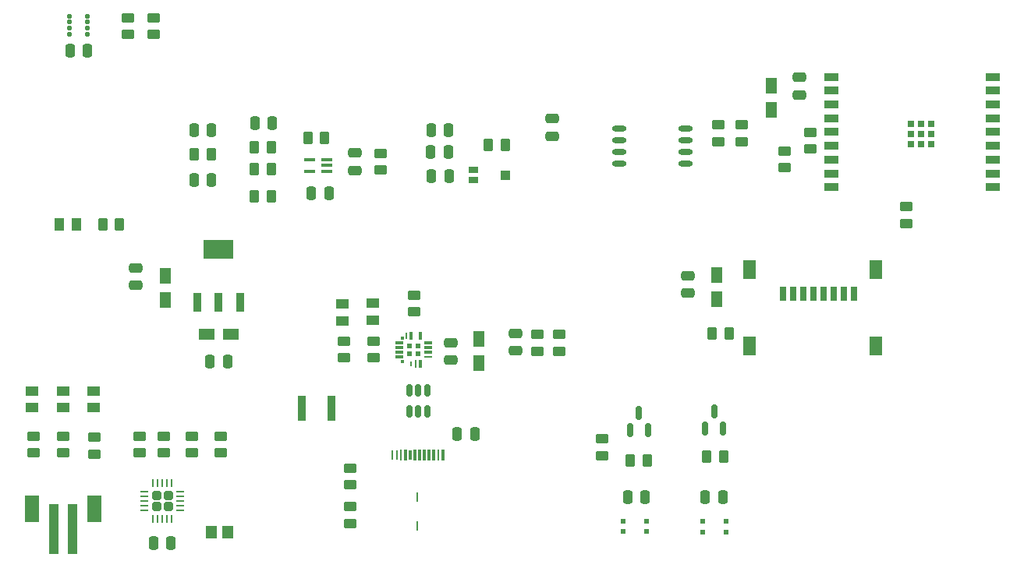
<source format=gtp>
%TF.GenerationSoftware,KiCad,Pcbnew,9.0.2*%
%TF.CreationDate,2025-07-21T02:07:20+05:30*%
%TF.ProjectId,2,322e6b69-6361-4645-9f70-636258585858,rev?*%
%TF.SameCoordinates,Original*%
%TF.FileFunction,Paste,Top*%
%TF.FilePolarity,Positive*%
%FSLAX46Y46*%
G04 Gerber Fmt 4.6, Leading zero omitted, Abs format (unit mm)*
G04 Created by KiCad (PCBNEW 9.0.2) date 2025-07-21 02:07:20*
%MOMM*%
%LPD*%
G01*
G04 APERTURE LIST*
G04 Aperture macros list*
%AMRoundRect*
0 Rectangle with rounded corners*
0 $1 Rounding radius*
0 $2 $3 $4 $5 $6 $7 $8 $9 X,Y pos of 4 corners*
0 Add a 4 corners polygon primitive as box body*
4,1,4,$2,$3,$4,$5,$6,$7,$8,$9,$2,$3,0*
0 Add four circle primitives for the rounded corners*
1,1,$1+$1,$2,$3*
1,1,$1+$1,$4,$5*
1,1,$1+$1,$6,$7*
1,1,$1+$1,$8,$9*
0 Add four rect primitives between the rounded corners*
20,1,$1+$1,$2,$3,$4,$5,0*
20,1,$1+$1,$4,$5,$6,$7,0*
20,1,$1+$1,$6,$7,$8,$9,0*
20,1,$1+$1,$8,$9,$2,$3,0*%
G04 Aperture macros list end*
%ADD10R,1.000000X5.500000*%
%ADD11R,1.600000X3.000000*%
%ADD12R,0.200000X1.000000*%
%ADD13R,0.200000X1.200000*%
%ADD14R,0.300000X1.200000*%
%ADD15R,0.300000X1.000000*%
%ADD16RoundRect,0.150000X-0.150000X0.512500X-0.150000X-0.512500X0.150000X-0.512500X0.150000X0.512500X0*%
%ADD17R,0.900000X0.300000*%
%ADD18R,0.300000X0.300000*%
%ADD19R,0.250000X0.800000*%
%ADD20R,0.300000X0.900000*%
%ADD21R,0.100000X0.400000*%
%ADD22R,0.100000X0.300000*%
%ADD23R,0.900000X0.200000*%
%ADD24R,0.100000X0.600000*%
%ADD25R,0.200000X0.900000*%
%ADD26R,0.200000X0.500000*%
%ADD27R,0.540000X0.540000*%
%ADD28RoundRect,0.250000X0.450000X-0.262500X0.450000X0.262500X-0.450000X0.262500X-0.450000X-0.262500X0*%
%ADD29R,0.800000X1.500000*%
%ADD30R,1.450000X2.000000*%
%ADD31RoundRect,0.250000X-0.450000X0.262500X-0.450000X-0.262500X0.450000X-0.262500X0.450000X0.262500X0*%
%ADD32RoundRect,0.250000X0.255000X0.255000X-0.255000X0.255000X-0.255000X-0.255000X0.255000X-0.255000X0*%
%ADD33RoundRect,0.062500X0.350000X0.062500X-0.350000X0.062500X-0.350000X-0.062500X0.350000X-0.062500X0*%
%ADD34RoundRect,0.062500X0.062500X0.350000X-0.062500X0.350000X-0.062500X-0.350000X0.062500X-0.350000X0*%
%ADD35RoundRect,0.250000X-0.250000X-0.475000X0.250000X-0.475000X0.250000X0.475000X-0.250000X0.475000X0*%
%ADD36R,1.200000X1.470000*%
%ADD37R,1.230000X1.800000*%
%ADD38R,0.550000X0.570000*%
%ADD39RoundRect,0.250000X0.262500X0.450000X-0.262500X0.450000X-0.262500X-0.450000X0.262500X-0.450000X0*%
%ADD40RoundRect,0.250000X-0.475000X0.250000X-0.475000X-0.250000X0.475000X-0.250000X0.475000X0.250000X0*%
%ADD41RoundRect,0.250000X0.250000X0.475000X-0.250000X0.475000X-0.250000X-0.475000X0.250000X-0.475000X0*%
%ADD42R,0.700000X0.700000*%
%ADD43R,1.500000X0.900000*%
%ADD44RoundRect,0.250000X0.475000X-0.250000X0.475000X0.250000X-0.475000X0.250000X-0.475000X-0.250000X0*%
%ADD45R,0.910000X2.810000*%
%ADD46R,1.400000X1.000000*%
%ADD47RoundRect,0.150000X0.150000X-0.587500X0.150000X0.587500X-0.150000X0.587500X-0.150000X-0.587500X0*%
%ADD48RoundRect,0.250000X-0.262500X-0.450000X0.262500X-0.450000X0.262500X0.450000X-0.262500X0.450000X0*%
%ADD49R,3.250000X2.150000*%
%ADD50R,0.950000X2.150000*%
%ADD51R,1.800000X1.230000*%
%ADD52R,1.100000X1.000000*%
%ADD53R,1.100000X0.800000*%
%ADD54R,1.000000X1.400000*%
%ADD55RoundRect,0.100000X0.495000X0.100000X-0.495000X0.100000X-0.495000X-0.100000X0.495000X-0.100000X0*%
%ADD56O,1.600000X0.600000*%
%ADD57RoundRect,0.056250X-0.188750X-0.168750X0.188750X-0.168750X0.188750X0.168750X-0.188750X0.168750X0*%
G04 APERTURE END LIST*
D10*
%TO.C,J3*%
X60700000Y-105912500D03*
X62700000Y-105912500D03*
D11*
X58300000Y-103662500D03*
X65100000Y-103662500D03*
%TD*%
D12*
%TO.C,J1*%
X97407500Y-97842500D03*
X97907500Y-97842500D03*
D13*
X98407500Y-97842500D03*
D14*
X98907500Y-97842500D03*
D15*
X99407500Y-97842500D03*
D14*
X99907500Y-97842500D03*
X100407500Y-97842500D03*
X100907500Y-97842500D03*
X101407500Y-97842500D03*
X101907500Y-97842500D03*
D13*
X102407500Y-97842500D03*
D14*
X102907500Y-97842500D03*
D12*
X100157500Y-102422500D03*
X100157500Y-105522500D03*
%TD*%
D16*
%TO.C,U2*%
X101212500Y-90835000D03*
X100262500Y-90835000D03*
X99312500Y-90835000D03*
X99312500Y-93110000D03*
X100262500Y-93110000D03*
X101212500Y-93110000D03*
%TD*%
D17*
%TO.C,U3*%
X98200000Y-87172500D03*
X98200000Y-86672500D03*
X98200000Y-86172500D03*
X98200000Y-85672500D03*
D18*
X98500000Y-85172500D03*
D19*
X99000000Y-84872500D03*
D20*
X99500000Y-84872500D03*
D21*
X100000000Y-84872500D03*
D20*
X100500000Y-84872500D03*
D22*
X101000000Y-85172500D03*
D17*
X101300000Y-85672500D03*
X101300000Y-86172500D03*
X101300000Y-86672500D03*
D23*
X101300000Y-87172500D03*
D24*
X101000000Y-87672500D03*
D20*
X100500000Y-87972500D03*
D25*
X100000000Y-87972500D03*
D26*
X99500000Y-87972500D03*
D22*
X99000000Y-87972500D03*
D18*
X98500000Y-87672500D03*
D27*
X100200000Y-85972500D03*
X99300000Y-85972500D03*
X100200000Y-86872500D03*
X99300000Y-86872500D03*
%TD*%
D28*
%TO.C,R1X2*%
X153200000Y-70887500D03*
X153200000Y-72712500D03*
%TD*%
D29*
%TO.C,J6*%
X139900000Y-80330000D03*
X141000000Y-80330000D03*
X142100000Y-80330000D03*
X143200000Y-80330000D03*
X144300000Y-80330000D03*
X145400000Y-80330000D03*
X146500000Y-80330000D03*
X147600000Y-80330000D03*
D30*
X136225000Y-77730000D03*
X136225000Y-86030000D03*
X149975000Y-77730000D03*
X149975000Y-86030000D03*
%TD*%
D28*
%TO.C,R14*%
X132800000Y-62000000D03*
X132800000Y-63825000D03*
%TD*%
D31*
%TO.C,R1X1*%
X135400000Y-62000000D03*
X135400000Y-63825000D03*
%TD*%
D32*
%TO.C,U1*%
X73100000Y-103477500D03*
X73100000Y-102227500D03*
X71850000Y-103477500D03*
X71850000Y-102227500D03*
D33*
X74412500Y-103852500D03*
X74412500Y-103352500D03*
X74412500Y-102852500D03*
X74412500Y-102352500D03*
X74412500Y-101852500D03*
D34*
X73475000Y-100915000D03*
X72975000Y-100915000D03*
X72475000Y-100915000D03*
X71975000Y-100915000D03*
X71475000Y-100915000D03*
D33*
X70537500Y-101852500D03*
X70537500Y-102352500D03*
X70537500Y-102852500D03*
X70537500Y-103352500D03*
X70537500Y-103852500D03*
D34*
X71475000Y-104790000D03*
X71975000Y-104790000D03*
X72475000Y-104790000D03*
X72975000Y-104790000D03*
X73475000Y-104790000D03*
%TD*%
D35*
%TO.C,C6*%
X71525000Y-107417500D03*
X73425000Y-107417500D03*
%TD*%
D36*
%TO.C,FB1*%
X79535000Y-106252500D03*
X77815000Y-106252500D03*
%TD*%
D37*
%TO.C,C8*%
X106800000Y-85262500D03*
X106800000Y-87882500D03*
%TD*%
D31*
%TO.C,R1*%
X92827500Y-101085000D03*
X92827500Y-99260000D03*
%TD*%
D38*
%TO.C,S1*%
X133657500Y-106205000D03*
X131107500Y-106205000D03*
X133657500Y-105045000D03*
X131107500Y-105045000D03*
%TD*%
D31*
%TO.C,R12*%
X113200000Y-86562500D03*
X113200000Y-84737500D03*
%TD*%
D28*
%TO.C,R8*%
X78800000Y-95800000D03*
X78800000Y-97625000D03*
%TD*%
D39*
%TO.C,R25*%
X82487500Y-66772500D03*
X84312500Y-66772500D03*
%TD*%
D40*
%TO.C,C27*%
X129500000Y-80280000D03*
X129500000Y-78380000D03*
%TD*%
D39*
%TO.C,R6*%
X66000000Y-72772500D03*
X67825000Y-72772500D03*
%TD*%
D41*
%TO.C,C16*%
X75900000Y-62572500D03*
X77800000Y-62572500D03*
%TD*%
D42*
%TO.C,U5*%
X155922500Y-64060000D03*
X154822500Y-64060000D03*
X153722500Y-64060000D03*
X155922500Y-62960000D03*
X154822500Y-62960000D03*
X153722500Y-62960000D03*
X155922500Y-61860000D03*
X154822500Y-61860000D03*
X153722500Y-61860000D03*
D43*
X162612500Y-56760000D03*
X162612500Y-58260000D03*
X162612500Y-59760000D03*
X162612500Y-61260000D03*
X162612500Y-62760000D03*
X162612500Y-64260000D03*
X162612500Y-65760000D03*
X162612500Y-67260000D03*
X162612500Y-68760000D03*
X145112500Y-68760000D03*
X145112500Y-67260000D03*
X145112500Y-65760000D03*
X145112500Y-64260000D03*
X145112500Y-62760000D03*
X145112500Y-61260000D03*
X145112500Y-59760000D03*
X145112500Y-58260000D03*
X145112500Y-56760000D03*
%TD*%
D44*
%TO.C,C11*%
X141605000Y-56835000D03*
X141605000Y-58735000D03*
%TD*%
D45*
%TO.C,F1*%
X87580000Y-92772500D03*
X90820000Y-92772500D03*
%TD*%
D28*
%TO.C,R5*%
X65100000Y-95912500D03*
X65100000Y-97737500D03*
%TD*%
D37*
%TO.C,C3*%
X72800000Y-80972500D03*
X72800000Y-78352500D03*
%TD*%
D46*
%TO.C,LED1*%
X58350000Y-90912500D03*
X58350000Y-92712500D03*
%TD*%
%TO.C,LED5*%
X92000000Y-81472500D03*
X92000000Y-83272500D03*
%TD*%
D35*
%TO.C,C18*%
X90550000Y-69372500D03*
X88650000Y-69372500D03*
%TD*%
D46*
%TO.C,LED2*%
X61700000Y-90912500D03*
X61700000Y-92712500D03*
%TD*%
D28*
%TO.C,R21*%
X71550000Y-50347500D03*
X71550000Y-52172500D03*
%TD*%
D47*
%TO.C,Q2*%
X124232500Y-93287500D03*
X125182500Y-95162500D03*
X123282500Y-95162500D03*
%TD*%
D44*
%TO.C,C17*%
X93400000Y-65022500D03*
X93400000Y-66922500D03*
%TD*%
D28*
%TO.C,R15*%
X95400000Y-85460000D03*
X95400000Y-87285000D03*
%TD*%
D48*
%TO.C,R27*%
X109712500Y-64200000D03*
X107887500Y-64200000D03*
%TD*%
D40*
%TO.C,C9*%
X103800000Y-87562500D03*
X103800000Y-85662500D03*
%TD*%
D47*
%TO.C,Q3*%
X132382500Y-93087500D03*
X133332500Y-94962500D03*
X131432500Y-94962500D03*
%TD*%
D49*
%TO.C,VR1*%
X78600000Y-75472500D03*
D50*
X80900000Y-81272500D03*
X78600000Y-81272500D03*
X76300000Y-81272500D03*
%TD*%
D35*
%TO.C,C15*%
X64350000Y-53947500D03*
X62450000Y-53947500D03*
%TD*%
D28*
%TO.C,R28*%
X96200000Y-65060000D03*
X96200000Y-66885000D03*
%TD*%
D51*
%TO.C,C2*%
X77290000Y-84772500D03*
X79910000Y-84772500D03*
%TD*%
D39*
%TO.C,R30*%
X131557500Y-98025000D03*
X133382500Y-98025000D03*
%TD*%
D35*
%TO.C,C5*%
X106400000Y-95572500D03*
X104500000Y-95572500D03*
%TD*%
D41*
%TO.C,C25*%
X101700000Y-67560000D03*
X103600000Y-67560000D03*
%TD*%
D39*
%TO.C,R26*%
X82490000Y-64452500D03*
X84315000Y-64452500D03*
%TD*%
D41*
%TO.C,C20*%
X122982500Y-102425000D03*
X124882500Y-102425000D03*
%TD*%
D31*
%TO.C,R13*%
X99800000Y-82285000D03*
X99800000Y-80460000D03*
%TD*%
D52*
%TO.C,Q1*%
X109755000Y-67460000D03*
D53*
X106245000Y-68010000D03*
X106245000Y-66910000D03*
%TD*%
D28*
%TO.C,R31*%
X120200000Y-96087500D03*
X120200000Y-97912500D03*
%TD*%
%TO.C,R3*%
X58500000Y-95800000D03*
X58500000Y-97625000D03*
%TD*%
D48*
%TO.C,R22*%
X90112500Y-63400000D03*
X88287500Y-63400000D03*
%TD*%
D41*
%TO.C,C24*%
X101600000Y-64960000D03*
X103500000Y-64960000D03*
%TD*%
D28*
%TO.C,R17*%
X142800000Y-62800000D03*
X142800000Y-64625000D03*
%TD*%
D39*
%TO.C,R23*%
X75975000Y-65172500D03*
X77800000Y-65172500D03*
%TD*%
D38*
%TO.C,S2*%
X125082500Y-106185000D03*
X122532500Y-106185000D03*
X125082500Y-105025000D03*
X122532500Y-105025000D03*
%TD*%
D54*
%TO.C,LED4*%
X61325000Y-72772500D03*
X63125000Y-72772500D03*
%TD*%
D41*
%TO.C,C22*%
X75900000Y-67972500D03*
X77800000Y-67972500D03*
%TD*%
%TO.C,C1*%
X77650000Y-87682500D03*
X79550000Y-87682500D03*
%TD*%
D39*
%TO.C,R24*%
X82487500Y-69722500D03*
X84312500Y-69722500D03*
%TD*%
D28*
%TO.C,R11*%
X115600000Y-84737500D03*
X115600000Y-86562500D03*
%TD*%
D41*
%TO.C,C19*%
X131432500Y-102425000D03*
X133332500Y-102425000D03*
%TD*%
D28*
%TO.C,R2*%
X92827500Y-103460000D03*
X92827500Y-105285000D03*
%TD*%
%TO.C,R4*%
X61700000Y-95800000D03*
X61700000Y-97625000D03*
%TD*%
D55*
%TO.C,U7*%
X88440000Y-67050000D03*
X88440000Y-65750000D03*
X90360000Y-65750000D03*
X90360000Y-66400000D03*
X90360000Y-67050000D03*
%TD*%
D40*
%TO.C,C4*%
X69600000Y-79412500D03*
X69600000Y-77512500D03*
%TD*%
D46*
%TO.C,LED6*%
X95350000Y-81372500D03*
X95350000Y-83172500D03*
%TD*%
D28*
%TO.C,R16*%
X92200000Y-85460000D03*
X92200000Y-87285000D03*
%TD*%
%TO.C,R7*%
X75700000Y-95800000D03*
X75700000Y-97625000D03*
%TD*%
D39*
%TO.C,R29*%
X123270000Y-98425000D03*
X125095000Y-98425000D03*
%TD*%
D56*
%TO.C,U4*%
X129300000Y-62367500D03*
X129300000Y-63637500D03*
X129300000Y-64907500D03*
X129300000Y-66177500D03*
X122100000Y-66177500D03*
X122100000Y-64907500D03*
X122100000Y-63637500D03*
X122100000Y-62367500D03*
%TD*%
D44*
%TO.C,C10*%
X114800000Y-61300000D03*
X114800000Y-63200000D03*
%TD*%
D28*
%TO.C,R9*%
X70000000Y-95800000D03*
X70000000Y-97625000D03*
%TD*%
D37*
%TO.C,C26*%
X132700000Y-78330000D03*
X132700000Y-80950000D03*
%TD*%
D48*
%TO.C,R32*%
X134012500Y-84617500D03*
X132187500Y-84617500D03*
%TD*%
D28*
%TO.C,R20*%
X68750000Y-50347500D03*
X68750000Y-52172500D03*
%TD*%
%TO.C,R10*%
X72600000Y-95800000D03*
X72600000Y-97625000D03*
%TD*%
D41*
%TO.C,C23*%
X101650000Y-62560000D03*
X103550000Y-62560000D03*
%TD*%
D46*
%TO.C,LED3*%
X65050000Y-90912500D03*
X65050000Y-92712500D03*
%TD*%
D41*
%TO.C,C21*%
X82500000Y-61772500D03*
X84400000Y-61772500D03*
%TD*%
D31*
%TO.C,R19*%
X140000000Y-66625000D03*
X140000000Y-64800000D03*
%TD*%
D44*
%TO.C,C7*%
X110800000Y-84650000D03*
X110800000Y-86550000D03*
%TD*%
D37*
%TO.C,C13*%
X138605000Y-60355000D03*
X138605000Y-57735000D03*
%TD*%
D57*
%TO.C,U6*%
X62430000Y-50172500D03*
X62430000Y-50822500D03*
X62430000Y-51472500D03*
X62430000Y-52122500D03*
X64370000Y-52122500D03*
X64370000Y-51472500D03*
X64370000Y-50822500D03*
X64370000Y-50172500D03*
%TD*%
M02*

</source>
